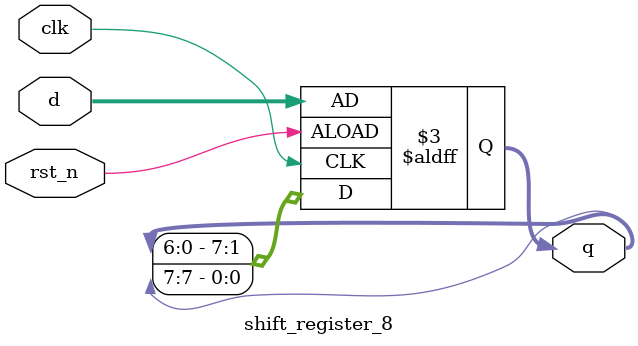
<source format=v>
module shift_register_8(
    output reg [7:0] q,
    input [7:0] d,
    input clk,
    input rst_n
    );
    
    always @(posedge clk or negedge rst_n)
    begin
        if(rst_n == 0)
            q <= d;
        else
        begin
            q[0] <= q[7];
            q[1] <= q[0];
            q[2] <= q[1];              
            q[3] <= q[2];
            q[4] <= q[3];
            q[5] <= q[4];
            q[6] <= q[5];
            q[7] <= q[6];
        end
    end
    
endmodule

</source>
